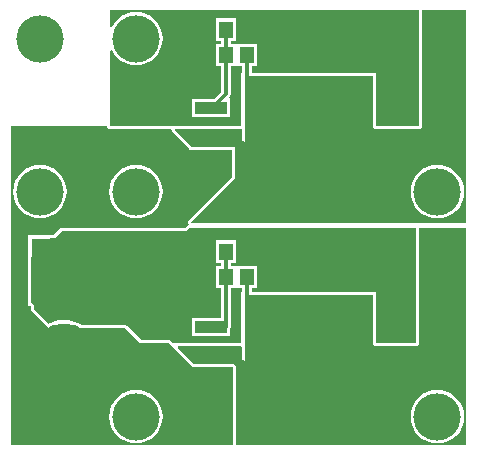
<source format=gtl>
G04*
G04 #@! TF.GenerationSoftware,Altium Limited,Altium Designer,18.1.11 (251)*
G04*
G04 Layer_Physical_Order=1*
G04 Layer_Color=255*
%FSLAX25Y25*%
%MOIN*%
G70*
G01*
G75*
%ADD26C,0.01200*%
%ADD27R,0.42800X0.41200*%
%ADD28R,0.10600X0.04000*%
%ADD29R,0.06300X0.03500*%
%ADD30R,0.04724X0.05512*%
%ADD31R,0.21717X0.21717*%
%ADD32C,0.21717*%
%ADD33R,0.05906X0.05906*%
%ADD34C,0.05906*%
%ADD35R,0.05906X0.05906*%
%ADD36C,0.02000*%
%ADD37C,0.15748*%
G36*
X523500Y402500D02*
X509000D01*
Y420062D01*
X467675D01*
Y422244D01*
X469406D01*
Y429756D01*
X462819D01*
X462681Y429756D01*
X462319D01*
X462181Y429756D01*
X460588D01*
Y430744D01*
X462319D01*
Y438256D01*
X455594D01*
Y430744D01*
X457325D01*
Y429756D01*
X455594D01*
Y422244D01*
X457325D01*
Y413632D01*
X455155Y411462D01*
X447700D01*
Y405462D01*
X460300D01*
Y411462D01*
X460300Y411462D01*
X460300D01*
X460216Y411962D01*
X460464Y412332D01*
X460588Y412957D01*
Y422244D01*
X462181D01*
X462319Y422244D01*
X462681D01*
X462819Y422244D01*
X464412D01*
Y420062D01*
X464200D01*
Y402500D01*
X420500D01*
Y427517D01*
X421000Y427642D01*
X421586Y426546D01*
X422695Y425195D01*
X424046Y424086D01*
X425588Y423262D01*
X427260Y422754D01*
X429000Y422583D01*
X430740Y422754D01*
X432412Y423262D01*
X433954Y424086D01*
X435305Y425195D01*
X436414Y426546D01*
X437238Y428088D01*
X437746Y429760D01*
X437917Y431500D01*
X437746Y433240D01*
X437238Y434912D01*
X436414Y436454D01*
X435305Y437805D01*
X433954Y438914D01*
X432412Y439738D01*
X430740Y440246D01*
X429000Y440417D01*
X427260Y440246D01*
X425588Y439738D01*
X424046Y438914D01*
X422695Y437805D01*
X421586Y436454D01*
X421000Y435358D01*
X420500Y435483D01*
Y440971D01*
X523500D01*
Y402500D01*
D02*
G37*
G36*
X538971Y370000D02*
X447653D01*
X447462Y370462D01*
X462000Y385000D01*
Y395500D01*
X447500D01*
X441982Y401018D01*
X442173Y401480D01*
X464200D01*
X464412Y401306D01*
Y398462D01*
X464536Y397838D01*
X464890Y397308D01*
X465419Y396955D01*
X466043Y396831D01*
X486600D01*
X487224Y396955D01*
X487753Y397308D01*
X488107Y397838D01*
X488231Y398462D01*
X488107Y399086D01*
X487753Y399616D01*
X487224Y399969D01*
X486600Y400093D01*
X467675D01*
Y402500D01*
X507980D01*
X508058Y402110D01*
X508279Y401779D01*
X508610Y401558D01*
X509000Y401480D01*
X523500D01*
X523890Y401558D01*
X524221Y401779D01*
X524442Y402110D01*
X524520Y402500D01*
Y440971D01*
X538971D01*
Y370000D01*
D02*
G37*
G36*
X522500Y330000D02*
X509000D01*
Y347100D01*
X467675D01*
Y348244D01*
X469406D01*
Y355756D01*
X462819D01*
X462681Y355756D01*
X462319D01*
X462181Y355756D01*
X460588D01*
Y356744D01*
X462319D01*
Y364256D01*
X455594D01*
Y356744D01*
X457325D01*
Y355756D01*
X455594D01*
Y348244D01*
X457325D01*
Y338500D01*
X447700D01*
Y332500D01*
X460300D01*
Y334630D01*
X460464Y334876D01*
X460588Y335500D01*
Y348244D01*
X462181D01*
X462319Y348244D01*
X462681D01*
X462819Y348244D01*
X464412D01*
Y347100D01*
X464200D01*
Y330000D01*
X441442D01*
X440721Y330721D01*
X440390Y330942D01*
X440000Y331020D01*
X430922D01*
X426221Y335721D01*
X425890Y335942D01*
X425500Y336020D01*
X411062D01*
X410400Y336425D01*
X408676Y337140D01*
X406861Y337575D01*
X405000Y337722D01*
X403139Y337575D01*
X401324Y337140D01*
X399895Y336547D01*
X395020Y341422D01*
Y342315D01*
X394942Y342705D01*
X394721Y343036D01*
X394390Y343257D01*
X394161Y343302D01*
Y358661D01*
X400512Y365012D01*
X401532D01*
X401922Y365090D01*
X402252Y365311D01*
X404422Y367480D01*
X445500D01*
X445890Y367558D01*
X446221Y367779D01*
X446942Y368500D01*
X522500D01*
Y330000D01*
D02*
G37*
G36*
X538971Y296029D02*
X462520D01*
Y322000D01*
X462442Y322390D01*
X462221Y322721D01*
X461890Y322942D01*
X461500Y323020D01*
X448422D01*
X442923Y328519D01*
X443115Y328980D01*
X464200D01*
X464412Y328806D01*
Y325500D01*
X464536Y324876D01*
X464890Y324346D01*
X465419Y323993D01*
X466043Y323869D01*
X486600D01*
X487224Y323993D01*
X487753Y324346D01*
X488107Y324876D01*
X488231Y325500D01*
X488107Y326124D01*
X487753Y326654D01*
X487224Y327007D01*
X486600Y327131D01*
X467675D01*
Y330000D01*
X507980D01*
X508058Y329610D01*
X508279Y329279D01*
X508610Y329058D01*
X509000Y328980D01*
X522500D01*
X522890Y329058D01*
X523221Y329279D01*
X523442Y329610D01*
X523520Y330000D01*
Y368500D01*
X538971D01*
Y296029D01*
D02*
G37*
G36*
X419558Y402110D02*
X419779Y401779D01*
X420110Y401558D01*
X420500Y401480D01*
X440544D01*
X440764Y401315D01*
X440962Y401018D01*
X441040Y400628D01*
X441261Y400297D01*
X446779Y394779D01*
X447110Y394558D01*
X447500Y394480D01*
X460980D01*
Y385422D01*
X446741Y371183D01*
X446520Y370852D01*
X446442Y370462D01*
X446520Y370072D01*
X446682Y369682D01*
X445500Y368500D01*
X404000D01*
X401532Y366032D01*
X393142D01*
Y342315D01*
X394000D01*
Y341000D01*
X400000Y335000D01*
X425500D01*
X430500Y330000D01*
X440000D01*
X448000Y322000D01*
X461500D01*
Y296029D01*
X387529D01*
X387529Y402500D01*
X419480D01*
X419558Y402110D01*
D02*
G37*
%LPC*%
G36*
X529500Y389417D02*
X527760Y389246D01*
X526088Y388738D01*
X524546Y387914D01*
X523195Y386805D01*
X522086Y385454D01*
X521262Y383912D01*
X520754Y382240D01*
X520583Y380500D01*
X520754Y378760D01*
X521262Y377088D01*
X522086Y375546D01*
X523195Y374195D01*
X524546Y373086D01*
X526088Y372262D01*
X527760Y371754D01*
X529500Y371583D01*
X531240Y371754D01*
X532912Y372262D01*
X534454Y373086D01*
X535805Y374195D01*
X536914Y375546D01*
X537738Y377088D01*
X538246Y378760D01*
X538417Y380500D01*
X538246Y382240D01*
X537738Y383912D01*
X536914Y385454D01*
X535805Y386805D01*
X534454Y387914D01*
X532912Y388738D01*
X531240Y389246D01*
X529500Y389417D01*
D02*
G37*
G36*
Y314417D02*
X527760Y314246D01*
X526088Y313738D01*
X524546Y312914D01*
X523195Y311805D01*
X522086Y310454D01*
X521262Y308912D01*
X520754Y307240D01*
X520583Y305500D01*
X520754Y303760D01*
X521262Y302088D01*
X522086Y300546D01*
X523195Y299195D01*
X524546Y298086D01*
X526088Y297262D01*
X527760Y296754D01*
X529500Y296583D01*
X531240Y296754D01*
X532912Y297262D01*
X534454Y298086D01*
X535805Y299195D01*
X536914Y300546D01*
X537738Y302088D01*
X538246Y303760D01*
X538417Y305500D01*
X538246Y307240D01*
X537738Y308912D01*
X536914Y310454D01*
X535805Y311805D01*
X534454Y312914D01*
X532912Y313738D01*
X531240Y314246D01*
X529500Y314417D01*
D02*
G37*
G36*
X429000Y389417D02*
X427260Y389246D01*
X425588Y388738D01*
X424046Y387914D01*
X422695Y386805D01*
X421586Y385454D01*
X420762Y383912D01*
X420254Y382240D01*
X420083Y380500D01*
X420254Y378760D01*
X420762Y377088D01*
X421586Y375546D01*
X422695Y374195D01*
X424046Y373086D01*
X425588Y372262D01*
X427260Y371754D01*
X429000Y371583D01*
X430740Y371754D01*
X432412Y372262D01*
X433954Y373086D01*
X435305Y374195D01*
X436414Y375546D01*
X437238Y377088D01*
X437746Y378760D01*
X437917Y380500D01*
X437746Y382240D01*
X437238Y383912D01*
X436414Y385454D01*
X435305Y386805D01*
X433954Y387914D01*
X432412Y388738D01*
X430740Y389246D01*
X429000Y389417D01*
D02*
G37*
G36*
X397000D02*
X395260Y389246D01*
X393588Y388738D01*
X392046Y387914D01*
X390695Y386805D01*
X389586Y385454D01*
X388762Y383912D01*
X388254Y382240D01*
X388083Y380500D01*
X388254Y378760D01*
X388762Y377088D01*
X389586Y375546D01*
X390695Y374195D01*
X392046Y373086D01*
X393588Y372262D01*
X395260Y371754D01*
X397000Y371583D01*
X398740Y371754D01*
X400412Y372262D01*
X401954Y373086D01*
X403305Y374195D01*
X404414Y375546D01*
X405238Y377088D01*
X405746Y378760D01*
X405917Y380500D01*
X405746Y382240D01*
X405238Y383912D01*
X404414Y385454D01*
X403305Y386805D01*
X401954Y387914D01*
X400412Y388738D01*
X398740Y389246D01*
X397000Y389417D01*
D02*
G37*
G36*
X429000Y314417D02*
X427260Y314246D01*
X425588Y313738D01*
X424046Y312914D01*
X422695Y311805D01*
X421586Y310454D01*
X420762Y308912D01*
X420254Y307240D01*
X420083Y305500D01*
X420254Y303760D01*
X420762Y302088D01*
X421586Y300546D01*
X422695Y299195D01*
X424046Y298086D01*
X425588Y297262D01*
X427260Y296754D01*
X429000Y296583D01*
X430740Y296754D01*
X432412Y297262D01*
X433954Y298086D01*
X435305Y299195D01*
X436414Y300546D01*
X437238Y302088D01*
X437746Y303760D01*
X437917Y305500D01*
X437746Y307240D01*
X437238Y308912D01*
X436414Y310454D01*
X435305Y311805D01*
X433954Y312914D01*
X432412Y313738D01*
X430740Y314246D01*
X429000Y314417D01*
D02*
G37*
%LPD*%
D26*
X455516Y409516D02*
G03*
X455080Y408462I1054J-1054D01*
G01*
X466043Y325500D02*
Y352000D01*
Y325500D02*
X486600D01*
X458957Y335500D02*
Y352000D01*
Y360500D01*
X454000Y335500D02*
X458957D01*
X466043Y398462D02*
Y426000D01*
Y398462D02*
X486600D01*
X458957Y426000D02*
Y435000D01*
X455080Y408462D02*
X456159D01*
X458957Y412957D02*
Y426000D01*
X456159Y408462D02*
X457559Y409862D01*
X455516Y409516D02*
X458957Y412957D01*
D27*
X486600Y398462D02*
D03*
Y325500D02*
D03*
D28*
X454000Y388462D02*
D03*
Y398462D02*
D03*
Y408462D02*
D03*
Y315500D02*
D03*
Y325500D02*
D03*
Y335500D02*
D03*
D29*
X517500Y394500D02*
D03*
Y406500D02*
D03*
Y322000D02*
D03*
Y334000D02*
D03*
X439000Y321000D02*
D03*
Y333000D02*
D03*
Y397000D02*
D03*
Y409000D02*
D03*
D30*
X466043Y360500D02*
D03*
X458957D02*
D03*
Y352000D02*
D03*
X466043D02*
D03*
X466043Y434500D02*
D03*
X458957D02*
D03*
X458957Y426000D02*
D03*
X466043D02*
D03*
D31*
X405000Y354173D02*
D03*
D32*
Y325827D02*
D03*
D33*
X528000Y421500D02*
D03*
Y434000D02*
D03*
Y345000D02*
D03*
Y357500D02*
D03*
D34*
X518000Y421500D02*
D03*
Y434000D02*
D03*
Y345000D02*
D03*
Y357500D02*
D03*
X426500Y408000D02*
D03*
D35*
Y398000D02*
D03*
D36*
X485000Y401500D02*
D03*
X482000D02*
D03*
X479000D02*
D03*
X476000D02*
D03*
X473000D02*
D03*
X470000D02*
D03*
X485000Y404500D02*
D03*
X482000D02*
D03*
X479000D02*
D03*
X476000D02*
D03*
X473000D02*
D03*
X470000D02*
D03*
X485000Y407500D02*
D03*
X482000D02*
D03*
X479000D02*
D03*
X476000D02*
D03*
X473000D02*
D03*
X470000D02*
D03*
X485000Y410500D02*
D03*
X482000D02*
D03*
X479000D02*
D03*
X476000D02*
D03*
X473000D02*
D03*
X470000D02*
D03*
X493000Y329000D02*
D03*
Y332000D02*
D03*
Y335000D02*
D03*
Y338000D02*
D03*
Y341000D02*
D03*
Y344000D02*
D03*
X490000Y329000D02*
D03*
X487000D02*
D03*
X484000D02*
D03*
X481000D02*
D03*
X478000D02*
D03*
X475000D02*
D03*
X472000D02*
D03*
X469000D02*
D03*
X490000Y332000D02*
D03*
X487000D02*
D03*
X484000D02*
D03*
X481000D02*
D03*
X478000D02*
D03*
X475000D02*
D03*
X472000D02*
D03*
X469000D02*
D03*
X490000Y335000D02*
D03*
X487000D02*
D03*
X484000D02*
D03*
X481000D02*
D03*
X478000D02*
D03*
X475000D02*
D03*
X472000D02*
D03*
X469000D02*
D03*
X490000Y338000D02*
D03*
X487000D02*
D03*
X484000D02*
D03*
X481000D02*
D03*
X478000D02*
D03*
X475000D02*
D03*
X472000D02*
D03*
X469000D02*
D03*
X490000Y341000D02*
D03*
X487000D02*
D03*
X484000D02*
D03*
X481000D02*
D03*
X478000D02*
D03*
X475000D02*
D03*
X472000D02*
D03*
X469000D02*
D03*
X490000Y344000D02*
D03*
X487000D02*
D03*
X484000D02*
D03*
X481000D02*
D03*
X478000D02*
D03*
X475000D02*
D03*
X472000D02*
D03*
X469000D02*
D03*
X485000Y413500D02*
D03*
X482000D02*
D03*
X479000D02*
D03*
X476000D02*
D03*
X473000D02*
D03*
X470000D02*
D03*
X485000Y416500D02*
D03*
X482000D02*
D03*
X479000D02*
D03*
X476000D02*
D03*
X473000D02*
D03*
X470000D02*
D03*
D37*
X429000Y305500D02*
D03*
X529500D02*
D03*
X397000Y380500D02*
D03*
Y431500D02*
D03*
X429000D02*
D03*
X529500Y380500D02*
D03*
X429000D02*
D03*
M02*

</source>
